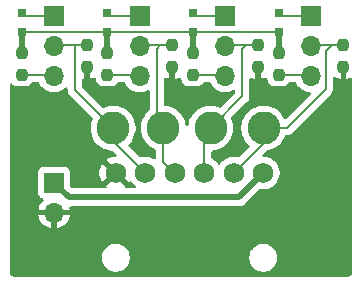
<source format=gbr>
%TF.GenerationSoftware,KiCad,Pcbnew,9.0.0*%
%TF.CreationDate,2025-08-25T22:36:10-05:00*%
%TF.ProjectId,ThermistorBreakoutPCB,54686572-6d69-4737-946f-72427265616b,rev?*%
%TF.SameCoordinates,Original*%
%TF.FileFunction,Copper,L1,Top*%
%TF.FilePolarity,Positive*%
%FSLAX46Y46*%
G04 Gerber Fmt 4.6, Leading zero omitted, Abs format (unit mm)*
G04 Created by KiCad (PCBNEW 9.0.0) date 2025-08-25 22:36:10*
%MOMM*%
%LPD*%
G01*
G04 APERTURE LIST*
G04 Aperture macros list*
%AMRoundRect*
0 Rectangle with rounded corners*
0 $1 Rounding radius*
0 $2 $3 $4 $5 $6 $7 $8 $9 X,Y pos of 4 corners*
0 Add a 4 corners polygon primitive as box body*
4,1,4,$2,$3,$4,$5,$6,$7,$8,$9,$2,$3,0*
0 Add four circle primitives for the rounded corners*
1,1,$1+$1,$2,$3*
1,1,$1+$1,$4,$5*
1,1,$1+$1,$6,$7*
1,1,$1+$1,$8,$9*
0 Add four rect primitives between the rounded corners*
20,1,$1+$1,$2,$3,$4,$5,0*
20,1,$1+$1,$4,$5,$6,$7,0*
20,1,$1+$1,$6,$7,$8,$9,0*
20,1,$1+$1,$8,$9,$2,$3,0*%
G04 Aperture macros list end*
%TA.AperFunction,SMDPad,CuDef*%
%ADD10RoundRect,0.237500X0.237500X-0.250000X0.237500X0.250000X-0.237500X0.250000X-0.237500X-0.250000X0*%
%TD*%
%TA.AperFunction,ComponentPad*%
%ADD11R,1.700000X1.700000*%
%TD*%
%TA.AperFunction,ComponentPad*%
%ADD12O,1.700000X1.700000*%
%TD*%
%TA.AperFunction,SMDPad,CuDef*%
%ADD13R,0.700000X0.700000*%
%TD*%
%TA.AperFunction,SMDPad,CuDef*%
%ADD14RoundRect,0.237500X-0.237500X0.250000X-0.237500X-0.250000X0.237500X-0.250000X0.237500X0.250000X0*%
%TD*%
%TA.AperFunction,ComponentPad*%
%ADD15C,1.752600*%
%TD*%
%TA.AperFunction,ComponentPad*%
%ADD16C,2.800000*%
%TD*%
%TA.AperFunction,ViaPad*%
%ADD17C,0.600000*%
%TD*%
%TA.AperFunction,Conductor*%
%ADD18C,0.500000*%
%TD*%
%TA.AperFunction,Conductor*%
%ADD19C,0.200000*%
%TD*%
G04 APERTURE END LIST*
D10*
%TO.P,R12,1*%
%TO.N,Net-(J6-Pin_3)*%
X106750000Y-45122500D03*
%TO.P,R12,2*%
%TO.N,VDDA*%
X106750000Y-43297500D03*
%TD*%
D11*
%TO.P,J4,1,Pin_1*%
%TO.N,Net-(J4-Pin_1)*%
X124000000Y-40170000D03*
D12*
%TO.P,J4,2,Pin_2*%
%TO.N,/Temperature2*%
X124000000Y-42710000D03*
%TO.P,J4,3,Pin_3*%
%TO.N,Net-(J4-Pin_3)*%
X124000000Y-45250000D03*
%TD*%
D13*
%TO.P,TH5,1*%
%TO.N,VDDA*%
X128500000Y-41510000D03*
%TO.P,TH5,2*%
%TO.N,Net-(J3-Pin_1)*%
X128500000Y-39910000D03*
%TD*%
D14*
%TO.P,R9,1*%
%TO.N,/Temperature3*%
X119500000Y-42635000D03*
%TO.P,R9,2*%
%TO.N,GNDA*%
X119500000Y-44460000D03*
%TD*%
D13*
%TO.P,TH7,1*%
%TO.N,VDDA*%
X114000000Y-41510000D03*
%TO.P,TH7,2*%
%TO.N,Net-(J5-Pin_1)*%
X114000000Y-39910000D03*
%TD*%
%TO.P,TH6,1*%
%TO.N,VDDA*%
X121250000Y-41510000D03*
%TO.P,TH6,2*%
%TO.N,Net-(J4-Pin_1)*%
X121250000Y-39910000D03*
%TD*%
D14*
%TO.P,R7,1*%
%TO.N,/Temperature2*%
X126750000Y-42635000D03*
%TO.P,R7,2*%
%TO.N,GNDA*%
X126750000Y-44460000D03*
%TD*%
D15*
%TO.P,J8,1,Pin_1*%
%TO.N,VDDA*%
X127216600Y-53441895D03*
%TO.P,J8,2,Pin_2*%
%TO.N,/Temperature1*%
X124716600Y-53441895D03*
%TO.P,J8,3,Pin_3*%
%TO.N,/Temperature2*%
X122216600Y-53441895D03*
%TO.P,J8,4,Pin_4*%
%TO.N,/Temperature3*%
X119716600Y-53441895D03*
%TO.P,J8,5,Pin_5*%
%TO.N,/Temperature4*%
X117216600Y-53441895D03*
%TO.P,J8,6,Pin_6*%
%TO.N,GNDA*%
X114716600Y-53441895D03*
%TD*%
D10*
%TO.P,R8,1*%
%TO.N,Net-(J4-Pin_3)*%
X121250000Y-45122500D03*
%TO.P,R8,2*%
%TO.N,VDDA*%
X121250000Y-43297500D03*
%TD*%
D11*
%TO.P,J6,1,Pin_1*%
%TO.N,Net-(J6-Pin_1)*%
X109500000Y-40170000D03*
D12*
%TO.P,J6,2,Pin_2*%
%TO.N,/Temperature4*%
X109500000Y-42710000D03*
%TO.P,J6,3,Pin_3*%
%TO.N,Net-(J6-Pin_3)*%
X109500000Y-45250000D03*
%TD*%
D10*
%TO.P,R5,1*%
%TO.N,Net-(J3-Pin_3)*%
X128500000Y-45122500D03*
%TO.P,R5,2*%
%TO.N,VDDA*%
X128500000Y-43297500D03*
%TD*%
D16*
%TO.P,TP11,1,1*%
%TO.N,/Temperature1*%
X127250000Y-49641700D03*
%TD*%
%TO.P,TP10,1,1*%
%TO.N,/Temperature2*%
X122750000Y-49641700D03*
%TD*%
%TO.P,TP9,1,1*%
%TO.N,/Temperature4*%
X114500000Y-49641700D03*
%TD*%
D11*
%TO.P,J5,1,Pin_1*%
%TO.N,Net-(J5-Pin_1)*%
X116750000Y-40170000D03*
D12*
%TO.P,J5,2,Pin_2*%
%TO.N,/Temperature3*%
X116750000Y-42710000D03*
%TO.P,J5,3,Pin_3*%
%TO.N,Net-(J5-Pin_3)*%
X116750000Y-45250000D03*
%TD*%
D13*
%TO.P,TH8,1*%
%TO.N,VDDA*%
X106750000Y-41510000D03*
%TO.P,TH8,2*%
%TO.N,Net-(J6-Pin_1)*%
X106750000Y-39910000D03*
%TD*%
D16*
%TO.P,TP8,1,1*%
%TO.N,/Temperature3*%
X118750000Y-49641700D03*
%TD*%
D14*
%TO.P,R6,1*%
%TO.N,/Temperature1*%
X134000000Y-42635000D03*
%TO.P,R6,2*%
%TO.N,GNDA*%
X134000000Y-44460000D03*
%TD*%
D11*
%TO.P,J3,1,Pin_1*%
%TO.N,Net-(J3-Pin_1)*%
X131250000Y-40170000D03*
D12*
%TO.P,J3,2,Pin_2*%
%TO.N,/Temperature1*%
X131250000Y-42710000D03*
%TO.P,J3,3,Pin_3*%
%TO.N,Net-(J3-Pin_3)*%
X131250000Y-45250000D03*
%TD*%
D10*
%TO.P,R11,1*%
%TO.N,Net-(J5-Pin_3)*%
X114000000Y-45122500D03*
%TO.P,R11,2*%
%TO.N,VDDA*%
X114000000Y-43297500D03*
%TD*%
D11*
%TO.P,J1,1,Pin_1*%
%TO.N,VDDA*%
X109500000Y-54250000D03*
D12*
%TO.P,J1,2,Pin_2*%
%TO.N,GNDA*%
X109500000Y-56790000D03*
%TD*%
D14*
%TO.P,R10,1*%
%TO.N,/Temperature4*%
X112250000Y-42635000D03*
%TO.P,R10,2*%
%TO.N,GNDA*%
X112250000Y-44460000D03*
%TD*%
D17*
%TO.N,VDDA*%
X106750000Y-42250000D03*
%TO.N,GNDA*%
X134000000Y-46250000D03*
X119500000Y-46000000D03*
X112250000Y-45750000D03*
X126750000Y-46000000D03*
%TD*%
D18*
%TO.N,VDDA*%
X106750000Y-41510000D02*
X106750000Y-42250000D01*
X121250000Y-43297500D02*
X121250000Y-41510000D01*
X128500000Y-43297500D02*
X128500000Y-41510000D01*
X109500000Y-54250000D02*
X110750000Y-55500000D01*
X114000000Y-43297500D02*
X114000000Y-41510000D01*
X110750000Y-55500000D02*
X125158495Y-55500000D01*
X125158495Y-55500000D02*
X127216600Y-53441895D01*
X106750000Y-43297500D02*
X106750000Y-42250000D01*
D19*
X106750000Y-41510000D02*
X128500000Y-41510000D01*
%TO.N,GNDA*%
X126750000Y-44460000D02*
X126750000Y-46000000D01*
X112250000Y-44460000D02*
X112250000Y-45750000D01*
X134000000Y-44460000D02*
X134000000Y-46250000D01*
X119500000Y-44460000D02*
X119500000Y-46000000D01*
%TO.N,/Temperature4*%
X111250000Y-42635000D02*
X112250000Y-42635000D01*
X109825000Y-42635000D02*
X111250000Y-42635000D01*
X109750000Y-42710000D02*
X109825000Y-42635000D01*
X111250000Y-42635000D02*
X111250000Y-46391700D01*
X117216600Y-53441895D02*
X114500000Y-50725295D01*
X114500000Y-50725295D02*
X114500000Y-49641700D01*
X109500000Y-42710000D02*
X109750000Y-42710000D01*
X111250000Y-46391700D02*
X114500000Y-49641700D01*
%TO.N,/Temperature2*%
X125442500Y-42942500D02*
X125442500Y-46949200D01*
X125750000Y-42635000D02*
X126750000Y-42635000D01*
X122216600Y-53441895D02*
X122216600Y-50175100D01*
X122216600Y-50175100D02*
X122750000Y-49641700D01*
X124000000Y-42710000D02*
X124250000Y-42710000D01*
X122216600Y-50033400D02*
X123000000Y-49250000D01*
X125442500Y-46949200D02*
X122750000Y-49641700D01*
X124325000Y-42635000D02*
X125750000Y-42635000D01*
X124250000Y-42710000D02*
X124325000Y-42635000D01*
X125750000Y-42635000D02*
X125442500Y-42942500D01*
%TO.N,/Temperature3*%
X117000000Y-42710000D02*
X117075000Y-42635000D01*
X116750000Y-42710000D02*
X117000000Y-42710000D01*
X118500000Y-42635000D02*
X119500000Y-42635000D01*
X118750000Y-52475295D02*
X118750000Y-49641700D01*
X117075000Y-42635000D02*
X118500000Y-42635000D01*
X118192500Y-42942500D02*
X118192500Y-49084200D01*
X119716600Y-53441895D02*
X118750000Y-52475295D01*
X118192500Y-49084200D02*
X118750000Y-49641700D01*
X118500000Y-42635000D02*
X118192500Y-42942500D01*
%TO.N,/Temperature1*%
X131250000Y-42710000D02*
X131500000Y-42710000D01*
X127250000Y-50908495D02*
X127250000Y-49641700D01*
X131500000Y-42710000D02*
X131575000Y-42635000D01*
X127250000Y-50220947D02*
X127250000Y-49062452D01*
X132500000Y-46371598D02*
X129229898Y-49641700D01*
X124716600Y-53441895D02*
X127250000Y-50908495D01*
X129229898Y-49641700D02*
X127250000Y-49641700D01*
X133000000Y-42635000D02*
X134000000Y-42635000D01*
X132500000Y-43135000D02*
X132500000Y-46371598D01*
X133000000Y-42635000D02*
X132500000Y-43135000D01*
X131575000Y-42635000D02*
X133000000Y-42635000D01*
%TO.N,Net-(J3-Pin_1)*%
X131250000Y-40170000D02*
X128760000Y-40170000D01*
X128760000Y-40170000D02*
X128500000Y-39910000D01*
%TO.N,Net-(J3-Pin_3)*%
X128500000Y-45122500D02*
X131122500Y-45122500D01*
X131122500Y-45122500D02*
X131250000Y-45250000D01*
%TO.N,Net-(J4-Pin_3)*%
X123872500Y-45122500D02*
X124000000Y-45250000D01*
X121250000Y-45122500D02*
X123872500Y-45122500D01*
%TO.N,Net-(J4-Pin_1)*%
X124000000Y-40170000D02*
X121510000Y-40170000D01*
X121510000Y-40170000D02*
X121250000Y-39910000D01*
%TO.N,Net-(J5-Pin_1)*%
X114260000Y-40170000D02*
X114000000Y-39910000D01*
X116750000Y-40170000D02*
X114260000Y-40170000D01*
%TO.N,Net-(J5-Pin_3)*%
X114000000Y-45122500D02*
X116622500Y-45122500D01*
X116622500Y-45122500D02*
X116750000Y-45250000D01*
%TO.N,Net-(J6-Pin_3)*%
X109372500Y-45122500D02*
X109500000Y-45250000D01*
X106750000Y-45122500D02*
X109372500Y-45122500D01*
%TO.N,Net-(J6-Pin_1)*%
X107010000Y-40170000D02*
X106750000Y-39910000D01*
X109500000Y-40170000D02*
X107010000Y-40170000D01*
%TD*%
%TA.AperFunction,Conductor*%
%TO.N,GNDA*%
G36*
X134193039Y-44479685D02*
G01*
X134238794Y-44532489D01*
X134250000Y-44584000D01*
X134250000Y-45447499D01*
X134286640Y-45447499D01*
X134286654Y-45447498D01*
X134387652Y-45437180D01*
X134551300Y-45382953D01*
X134551304Y-45382951D01*
X134560400Y-45377341D01*
X134627792Y-45358899D01*
X134694456Y-45379820D01*
X134739227Y-45433460D01*
X134749500Y-45482878D01*
X134749500Y-61743038D01*
X134748720Y-61756922D01*
X134748720Y-61756923D01*
X134738540Y-61847264D01*
X134732362Y-61874333D01*
X134704648Y-61953537D01*
X134692600Y-61978555D01*
X134647957Y-62049604D01*
X134630644Y-62071313D01*
X134571313Y-62130644D01*
X134549604Y-62147957D01*
X134478555Y-62192600D01*
X134453537Y-62204648D01*
X134374333Y-62232362D01*
X134347264Y-62238540D01*
X134267075Y-62247576D01*
X134256921Y-62248720D01*
X134243038Y-62249500D01*
X106256962Y-62249500D01*
X106243078Y-62248720D01*
X106230553Y-62247308D01*
X106152735Y-62238540D01*
X106125666Y-62232362D01*
X106046462Y-62204648D01*
X106021444Y-62192600D01*
X105950395Y-62147957D01*
X105928686Y-62130644D01*
X105869355Y-62071313D01*
X105852042Y-62049604D01*
X105807399Y-61978555D01*
X105795351Y-61953537D01*
X105767637Y-61874333D01*
X105761459Y-61847263D01*
X105751280Y-61756922D01*
X105750500Y-61743038D01*
X105750500Y-60529217D01*
X113539000Y-60529217D01*
X113539000Y-60714574D01*
X113567996Y-60897647D01*
X113567996Y-60897648D01*
X113625274Y-61073934D01*
X113625276Y-61073937D01*
X113709426Y-61239093D01*
X113818377Y-61389051D01*
X113949445Y-61520119D01*
X114099403Y-61629070D01*
X114207423Y-61684108D01*
X114264561Y-61713221D01*
X114326289Y-61733277D01*
X114440845Y-61770499D01*
X114623921Y-61799496D01*
X114623922Y-61799496D01*
X114809278Y-61799496D01*
X114809279Y-61799496D01*
X114992355Y-61770499D01*
X115168641Y-61713220D01*
X115333797Y-61629070D01*
X115483755Y-61520119D01*
X115614823Y-61389051D01*
X115723774Y-61239093D01*
X115807924Y-61073937D01*
X115865203Y-60897651D01*
X115894200Y-60714575D01*
X115894200Y-60529217D01*
X126039000Y-60529217D01*
X126039000Y-60714574D01*
X126067996Y-60897647D01*
X126067996Y-60897648D01*
X126125274Y-61073934D01*
X126125276Y-61073937D01*
X126209426Y-61239093D01*
X126318377Y-61389051D01*
X126449445Y-61520119D01*
X126599403Y-61629070D01*
X126707423Y-61684108D01*
X126764561Y-61713221D01*
X126826289Y-61733277D01*
X126940845Y-61770499D01*
X127123921Y-61799496D01*
X127123922Y-61799496D01*
X127309278Y-61799496D01*
X127309279Y-61799496D01*
X127492355Y-61770499D01*
X127668641Y-61713220D01*
X127833797Y-61629070D01*
X127983755Y-61520119D01*
X128114823Y-61389051D01*
X128223774Y-61239093D01*
X128307924Y-61073937D01*
X128365203Y-60897651D01*
X128394200Y-60714575D01*
X128394200Y-60529217D01*
X128365203Y-60346141D01*
X128307924Y-60169855D01*
X128223774Y-60004699D01*
X128114823Y-59854741D01*
X127983755Y-59723673D01*
X127833797Y-59614722D01*
X127821452Y-59608432D01*
X127668638Y-59530570D01*
X127492352Y-59473292D01*
X127351718Y-59451017D01*
X127309279Y-59444296D01*
X127123921Y-59444296D01*
X127081481Y-59451017D01*
X126940848Y-59473292D01*
X126940847Y-59473292D01*
X126764561Y-59530570D01*
X126599406Y-59614720D01*
X126599398Y-59614725D01*
X126518966Y-59673162D01*
X126449445Y-59723673D01*
X126449443Y-59723675D01*
X126449442Y-59723675D01*
X126318379Y-59854738D01*
X126318379Y-59854739D01*
X126318377Y-59854741D01*
X126267866Y-59924262D01*
X126209429Y-60004694D01*
X126209424Y-60004702D01*
X126125274Y-60169857D01*
X126067996Y-60346143D01*
X126067996Y-60346144D01*
X126039000Y-60529217D01*
X115894200Y-60529217D01*
X115865203Y-60346141D01*
X115807924Y-60169855D01*
X115723774Y-60004699D01*
X115614823Y-59854741D01*
X115483755Y-59723673D01*
X115333797Y-59614722D01*
X115321452Y-59608432D01*
X115168638Y-59530570D01*
X114992352Y-59473292D01*
X114851718Y-59451017D01*
X114809279Y-59444296D01*
X114623921Y-59444296D01*
X114581481Y-59451017D01*
X114440848Y-59473292D01*
X114440847Y-59473292D01*
X114264561Y-59530570D01*
X114099406Y-59614720D01*
X114099398Y-59614725D01*
X114018966Y-59673162D01*
X113949445Y-59723673D01*
X113949443Y-59723675D01*
X113949442Y-59723675D01*
X113818379Y-59854738D01*
X113818379Y-59854739D01*
X113818377Y-59854741D01*
X113767866Y-59924262D01*
X113709429Y-60004694D01*
X113709424Y-60004702D01*
X113625274Y-60169857D01*
X113567996Y-60346143D01*
X113567996Y-60346144D01*
X113539000Y-60529217D01*
X105750500Y-60529217D01*
X105750500Y-45953552D01*
X105770185Y-45886513D01*
X105822989Y-45840758D01*
X105892147Y-45830814D01*
X105955703Y-45859839D01*
X105962181Y-45865871D01*
X106051650Y-45955340D01*
X106198484Y-46045908D01*
X106362247Y-46100174D01*
X106463323Y-46110500D01*
X107036676Y-46110499D01*
X107036684Y-46110498D01*
X107036687Y-46110498D01*
X107092030Y-46104844D01*
X107137753Y-46100174D01*
X107301516Y-46045908D01*
X107448350Y-45955340D01*
X107570340Y-45833350D01*
X107602072Y-45781904D01*
X107654020Y-45735179D01*
X107707611Y-45723000D01*
X108149317Y-45723000D01*
X108216356Y-45742685D01*
X108259802Y-45790705D01*
X108344951Y-45957820D01*
X108469890Y-46129786D01*
X108620213Y-46280109D01*
X108792179Y-46405048D01*
X108792181Y-46405049D01*
X108792184Y-46405051D01*
X108981588Y-46501557D01*
X109183757Y-46567246D01*
X109393713Y-46600500D01*
X109393714Y-46600500D01*
X109606286Y-46600500D01*
X109606287Y-46600500D01*
X109816243Y-46567246D01*
X110018412Y-46501557D01*
X110207816Y-46405051D01*
X110335006Y-46312643D01*
X110379786Y-46280109D01*
X110379788Y-46280106D01*
X110379792Y-46280104D01*
X110437818Y-46222078D01*
X110499141Y-46188593D01*
X110568833Y-46193577D01*
X110624766Y-46235449D01*
X110649183Y-46300913D01*
X110649499Y-46309759D01*
X110649499Y-46470754D01*
X110649498Y-46470754D01*
X110680957Y-46588159D01*
X110690423Y-46623485D01*
X110705213Y-46649102D01*
X110719358Y-46673600D01*
X110719359Y-46673604D01*
X110719360Y-46673604D01*
X110769479Y-46760414D01*
X110769481Y-46760417D01*
X110888349Y-46879285D01*
X110888355Y-46879290D01*
X112738098Y-48729033D01*
X112771583Y-48790356D01*
X112766599Y-48860048D01*
X112764978Y-48864166D01*
X112696498Y-49029492D01*
X112632017Y-49270138D01*
X112599501Y-49517124D01*
X112599500Y-49517141D01*
X112599500Y-49766258D01*
X112599501Y-49766275D01*
X112631642Y-50010416D01*
X112632018Y-50013265D01*
X112674642Y-50172339D01*
X112696498Y-50253907D01*
X112791830Y-50484061D01*
X112791837Y-50484076D01*
X112916400Y-50699826D01*
X113068060Y-50897474D01*
X113068066Y-50897481D01*
X113244218Y-51073633D01*
X113244225Y-51073639D01*
X113441873Y-51225299D01*
X113657623Y-51349862D01*
X113657638Y-51349869D01*
X113756825Y-51390953D01*
X113887793Y-51445202D01*
X114128435Y-51509682D01*
X114375435Y-51542200D01*
X114416308Y-51542200D01*
X114483347Y-51561885D01*
X114503989Y-51578519D01*
X114779384Y-51853914D01*
X114812869Y-51915237D01*
X114807885Y-51984929D01*
X114766013Y-52040862D01*
X114700549Y-52065279D01*
X114691703Y-52065595D01*
X114608278Y-52065595D01*
X114394315Y-52099483D01*
X114188279Y-52166429D01*
X113995259Y-52264779D01*
X113936053Y-52307793D01*
X113936053Y-52307794D01*
X114490312Y-52862053D01*
X114421830Y-52890420D01*
X114319907Y-52958523D01*
X114233228Y-53045202D01*
X114165125Y-53147125D01*
X114136758Y-53215607D01*
X113582499Y-52661348D01*
X113582498Y-52661348D01*
X113539484Y-52720554D01*
X113441134Y-52913574D01*
X113374188Y-53119610D01*
X113340300Y-53333572D01*
X113340300Y-53550217D01*
X113374188Y-53764179D01*
X113441134Y-53970215D01*
X113539485Y-54163237D01*
X113582498Y-54222440D01*
X113582499Y-54222440D01*
X114136758Y-53668181D01*
X114165125Y-53736665D01*
X114233228Y-53838588D01*
X114319907Y-53925267D01*
X114421830Y-53993370D01*
X114490312Y-54021735D01*
X113936052Y-54575994D01*
X113939183Y-54615772D01*
X113924818Y-54684149D01*
X113875767Y-54733905D01*
X113815565Y-54749500D01*
X111112230Y-54749500D01*
X111082789Y-54740855D01*
X111052803Y-54734332D01*
X111047787Y-54730577D01*
X111045191Y-54729815D01*
X111024549Y-54713181D01*
X110886818Y-54575450D01*
X110853333Y-54514127D01*
X110850499Y-54487769D01*
X110850499Y-53352129D01*
X110850498Y-53352123D01*
X110850497Y-53352116D01*
X110844091Y-53292517D01*
X110793796Y-53157669D01*
X110793795Y-53157668D01*
X110793793Y-53157664D01*
X110707547Y-53042455D01*
X110707544Y-53042452D01*
X110592335Y-52956206D01*
X110592328Y-52956202D01*
X110457482Y-52905908D01*
X110457483Y-52905908D01*
X110397883Y-52899501D01*
X110397881Y-52899500D01*
X110397873Y-52899500D01*
X110397864Y-52899500D01*
X108602129Y-52899500D01*
X108602123Y-52899501D01*
X108542516Y-52905908D01*
X108407671Y-52956202D01*
X108407664Y-52956206D01*
X108292455Y-53042452D01*
X108292452Y-53042455D01*
X108206206Y-53157664D01*
X108206202Y-53157671D01*
X108155908Y-53292517D01*
X108151498Y-53333539D01*
X108149501Y-53352123D01*
X108149500Y-53352135D01*
X108149500Y-55147870D01*
X108149501Y-55147876D01*
X108155908Y-55207483D01*
X108206202Y-55342328D01*
X108206206Y-55342335D01*
X108292452Y-55457544D01*
X108292455Y-55457547D01*
X108407664Y-55543793D01*
X108407671Y-55543797D01*
X108469902Y-55567007D01*
X108539598Y-55593002D01*
X108595531Y-55634873D01*
X108619949Y-55700337D01*
X108605098Y-55768610D01*
X108583947Y-55796865D01*
X108470271Y-55910541D01*
X108345379Y-56082442D01*
X108248904Y-56271782D01*
X108183242Y-56473870D01*
X108183242Y-56473873D01*
X108172769Y-56540000D01*
X109066988Y-56540000D01*
X109034075Y-56597007D01*
X109000000Y-56724174D01*
X109000000Y-56855826D01*
X109034075Y-56982993D01*
X109066988Y-57040000D01*
X108172769Y-57040000D01*
X108183242Y-57106126D01*
X108183242Y-57106129D01*
X108248904Y-57308217D01*
X108345379Y-57497557D01*
X108470272Y-57669459D01*
X108470276Y-57669464D01*
X108620535Y-57819723D01*
X108620540Y-57819727D01*
X108792442Y-57944620D01*
X108981782Y-58041095D01*
X109183871Y-58106757D01*
X109250000Y-58117231D01*
X109250000Y-57223012D01*
X109307007Y-57255925D01*
X109434174Y-57290000D01*
X109565826Y-57290000D01*
X109692993Y-57255925D01*
X109750000Y-57223012D01*
X109750000Y-58117230D01*
X109816126Y-58106757D01*
X109816129Y-58106757D01*
X110018217Y-58041095D01*
X110207557Y-57944620D01*
X110379459Y-57819727D01*
X110379464Y-57819723D01*
X110529723Y-57669464D01*
X110529727Y-57669459D01*
X110654620Y-57497557D01*
X110751095Y-57308217D01*
X110816757Y-57106129D01*
X110816757Y-57106126D01*
X110827231Y-57040000D01*
X109933012Y-57040000D01*
X109965925Y-56982993D01*
X110000000Y-56855826D01*
X110000000Y-56724174D01*
X109965925Y-56597007D01*
X109933012Y-56540000D01*
X110827231Y-56540000D01*
X110816757Y-56473873D01*
X110816757Y-56473870D01*
X110796920Y-56412818D01*
X110794925Y-56342977D01*
X110831005Y-56283144D01*
X110893706Y-56252316D01*
X110914851Y-56250500D01*
X125232415Y-56250500D01*
X125329957Y-56231096D01*
X125377408Y-56221658D01*
X125513990Y-56165084D01*
X125563224Y-56132186D01*
X125636911Y-56082952D01*
X126884807Y-54835054D01*
X126946128Y-54801571D01*
X126991879Y-54800264D01*
X127108244Y-54818695D01*
X127108246Y-54818695D01*
X127324955Y-54818695D01*
X127324956Y-54818695D01*
X127539001Y-54784793D01*
X127539004Y-54784792D01*
X127539005Y-54784792D01*
X127745105Y-54717826D01*
X127745105Y-54717825D01*
X127745108Y-54717825D01*
X127938200Y-54619440D01*
X128113525Y-54492059D01*
X128266764Y-54338820D01*
X128394145Y-54163495D01*
X128492530Y-53970403D01*
X128559498Y-53764296D01*
X128593400Y-53550251D01*
X128593400Y-53333539D01*
X128559498Y-53119494D01*
X128559497Y-53119490D01*
X128559497Y-53119489D01*
X128492531Y-52913389D01*
X128456926Y-52843510D01*
X128394145Y-52720295D01*
X128266764Y-52544970D01*
X128113525Y-52391731D01*
X127938200Y-52264350D01*
X127817099Y-52202646D01*
X127745105Y-52165963D01*
X127539004Y-52098997D01*
X127378467Y-52073570D01*
X127324956Y-52065095D01*
X127241997Y-52065095D01*
X127174958Y-52045410D01*
X127129203Y-51992606D01*
X127119259Y-51923448D01*
X127148284Y-51859892D01*
X127154316Y-51853414D01*
X127449560Y-51558169D01*
X127510881Y-51524686D01*
X127521033Y-51522916D01*
X127621565Y-51509682D01*
X127862207Y-51445202D01*
X128092373Y-51349864D01*
X128308127Y-51225299D01*
X128505776Y-51073638D01*
X128681938Y-50897476D01*
X128833599Y-50699827D01*
X128958164Y-50484073D01*
X129026644Y-50318748D01*
X129039186Y-50303183D01*
X129047492Y-50284997D01*
X129060662Y-50276532D01*
X129070485Y-50264344D01*
X129089452Y-50258031D01*
X129106270Y-50247223D01*
X129133830Y-50243260D01*
X129136779Y-50242279D01*
X129141205Y-50242200D01*
X129143229Y-50242200D01*
X129143245Y-50242201D01*
X129150841Y-50242201D01*
X129308952Y-50242201D01*
X129308955Y-50242201D01*
X129461683Y-50201277D01*
X129511802Y-50172339D01*
X129598614Y-50122220D01*
X129710418Y-50010416D01*
X129710418Y-50010414D01*
X129720626Y-50000207D01*
X129720627Y-50000204D01*
X132980520Y-46740314D01*
X133059577Y-46603382D01*
X133100501Y-46450655D01*
X133100501Y-46292540D01*
X133100501Y-46284945D01*
X133100500Y-46284927D01*
X133100500Y-45389275D01*
X133120185Y-45322236D01*
X133172989Y-45276481D01*
X133242147Y-45266537D01*
X133295351Y-45289405D01*
X133295815Y-45288654D01*
X133300900Y-45291790D01*
X133301413Y-45292011D01*
X133301964Y-45292447D01*
X133448688Y-45382948D01*
X133448699Y-45382953D01*
X133612347Y-45437180D01*
X133713352Y-45447499D01*
X133750000Y-45447499D01*
X133750000Y-44584000D01*
X133769685Y-44516961D01*
X133822489Y-44471206D01*
X133874000Y-44460000D01*
X134126000Y-44460000D01*
X134193039Y-44479685D01*
G37*
%TD.AperFunction*%
%TA.AperFunction,Conductor*%
G36*
X115850699Y-54222441D02*
G01*
X115850699Y-54222440D01*
X115865973Y-54201419D01*
X115921303Y-54158754D01*
X115990916Y-54152775D01*
X116052711Y-54185381D01*
X116066608Y-54201419D01*
X116166436Y-54338820D01*
X116319675Y-54492059D01*
X116319678Y-54492061D01*
X116365265Y-54525182D01*
X116407931Y-54580512D01*
X116413910Y-54650125D01*
X116381304Y-54711920D01*
X116320466Y-54746277D01*
X116292380Y-54749500D01*
X115617634Y-54749500D01*
X115550595Y-54729815D01*
X115504840Y-54677011D01*
X115494016Y-54615772D01*
X115497146Y-54575994D01*
X114942887Y-54021736D01*
X115011370Y-53993370D01*
X115113293Y-53925267D01*
X115199972Y-53838588D01*
X115268075Y-53736665D01*
X115296441Y-53668182D01*
X115850699Y-54222441D01*
G37*
%TD.AperFunction*%
%TA.AperFunction,Conductor*%
G36*
X126943039Y-44479685D02*
G01*
X126988794Y-44532489D01*
X127000000Y-44584000D01*
X127000000Y-45447499D01*
X127036640Y-45447499D01*
X127036654Y-45447498D01*
X127137652Y-45437180D01*
X127301300Y-45382953D01*
X127301306Y-45382950D01*
X127339195Y-45359580D01*
X127406587Y-45341139D01*
X127473251Y-45362061D01*
X127518021Y-45415702D01*
X127527651Y-45452516D01*
X127534826Y-45522753D01*
X127589092Y-45686515D01*
X127589093Y-45686518D01*
X127619108Y-45735179D01*
X127679660Y-45833350D01*
X127801650Y-45955340D01*
X127948484Y-46045908D01*
X128112247Y-46100174D01*
X128213323Y-46110500D01*
X128786676Y-46110499D01*
X128786684Y-46110498D01*
X128786687Y-46110498D01*
X128842030Y-46104844D01*
X128887753Y-46100174D01*
X129051516Y-46045908D01*
X129198350Y-45955340D01*
X129320340Y-45833350D01*
X129352072Y-45781904D01*
X129404020Y-45735179D01*
X129457611Y-45723000D01*
X129899317Y-45723000D01*
X129966356Y-45742685D01*
X130009802Y-45790705D01*
X130094951Y-45957820D01*
X130219890Y-46129786D01*
X130370213Y-46280109D01*
X130542179Y-46405048D01*
X130542181Y-46405049D01*
X130542184Y-46405051D01*
X130731588Y-46501557D01*
X130933757Y-46567246D01*
X131143464Y-46600460D01*
X131206597Y-46630389D01*
X131243529Y-46689700D01*
X131242531Y-46759563D01*
X131211746Y-46810614D01*
X129166967Y-48855394D01*
X129105644Y-48888879D01*
X129035952Y-48883895D01*
X128980019Y-48842023D01*
X128964725Y-48815166D01*
X128962426Y-48809617D01*
X128958164Y-48799327D01*
X128955490Y-48794696D01*
X128833599Y-48583573D01*
X128681939Y-48385925D01*
X128681933Y-48385918D01*
X128505781Y-48209766D01*
X128505774Y-48209760D01*
X128308126Y-48058100D01*
X128092376Y-47933537D01*
X128092361Y-47933530D01*
X127862207Y-47838198D01*
X127621561Y-47773717D01*
X127374575Y-47741201D01*
X127374570Y-47741200D01*
X127374565Y-47741200D01*
X127125435Y-47741200D01*
X127125429Y-47741200D01*
X127125424Y-47741201D01*
X126878438Y-47773717D01*
X126637792Y-47838198D01*
X126407638Y-47933530D01*
X126407623Y-47933537D01*
X126191873Y-48058100D01*
X125994225Y-48209760D01*
X125994218Y-48209766D01*
X125818066Y-48385918D01*
X125818060Y-48385925D01*
X125666400Y-48583573D01*
X125541837Y-48799323D01*
X125541830Y-48799338D01*
X125446498Y-49029492D01*
X125382017Y-49270138D01*
X125349501Y-49517124D01*
X125349500Y-49517141D01*
X125349500Y-49766258D01*
X125349501Y-49766275D01*
X125381642Y-50010416D01*
X125382018Y-50013265D01*
X125424642Y-50172339D01*
X125446498Y-50253907D01*
X125541830Y-50484061D01*
X125541837Y-50484076D01*
X125666400Y-50699826D01*
X125818060Y-50897474D01*
X125818066Y-50897481D01*
X125994222Y-51073637D01*
X126018635Y-51092369D01*
X126059839Y-51148797D01*
X126063994Y-51218543D01*
X126030831Y-51278427D01*
X125221993Y-52087265D01*
X125160670Y-52120750D01*
X125095994Y-52117515D01*
X125082699Y-52113195D01*
X125039001Y-52098996D01*
X124854221Y-52069730D01*
X124824956Y-52065095D01*
X124608244Y-52065095D01*
X124550443Y-52074250D01*
X124394197Y-52098997D01*
X124394194Y-52098997D01*
X124188094Y-52165963D01*
X123994999Y-52264350D01*
X123819672Y-52391733D01*
X123666438Y-52544967D01*
X123666438Y-52544968D01*
X123666436Y-52544970D01*
X123566918Y-52681945D01*
X123511588Y-52724610D01*
X123441974Y-52730589D01*
X123380180Y-52697983D01*
X123366282Y-52681945D01*
X123266764Y-52544970D01*
X123113525Y-52391731D01*
X122938200Y-52264350D01*
X122938199Y-52264349D01*
X122938197Y-52264348D01*
X122884804Y-52237142D01*
X122834008Y-52189167D01*
X122817100Y-52126658D01*
X122817100Y-51658510D01*
X122836785Y-51591471D01*
X122889589Y-51545716D01*
X122924912Y-51535571D01*
X123121565Y-51509682D01*
X123362207Y-51445202D01*
X123592373Y-51349864D01*
X123808127Y-51225299D01*
X124005776Y-51073638D01*
X124181938Y-50897476D01*
X124333599Y-50699827D01*
X124458164Y-50484073D01*
X124553502Y-50253907D01*
X124617982Y-50013265D01*
X124650500Y-49766265D01*
X124650500Y-49517135D01*
X124617982Y-49270135D01*
X124553502Y-49029493D01*
X124485020Y-48864165D01*
X124477552Y-48794696D01*
X124508827Y-48732217D01*
X124511873Y-48729060D01*
X125811213Y-47429721D01*
X125811216Y-47429720D01*
X125923020Y-47317916D01*
X125973139Y-47231104D01*
X126002077Y-47180985D01*
X126043001Y-47028257D01*
X126043001Y-46870143D01*
X126043001Y-46862548D01*
X126043000Y-46862530D01*
X126043000Y-45503079D01*
X126062685Y-45436040D01*
X126115489Y-45390285D01*
X126184647Y-45380341D01*
X126206004Y-45385373D01*
X126362348Y-45437180D01*
X126463352Y-45447499D01*
X126500000Y-45447499D01*
X126500000Y-44584000D01*
X126519685Y-44516961D01*
X126572489Y-44471206D01*
X126624000Y-44460000D01*
X126876000Y-44460000D01*
X126943039Y-44479685D01*
G37*
%TD.AperFunction*%
%TA.AperFunction,Conductor*%
G36*
X112443039Y-44479685D02*
G01*
X112488794Y-44532489D01*
X112500000Y-44584000D01*
X112500000Y-45447499D01*
X112536640Y-45447499D01*
X112536654Y-45447498D01*
X112637652Y-45437180D01*
X112801300Y-45382953D01*
X112801306Y-45382950D01*
X112839195Y-45359580D01*
X112906587Y-45341139D01*
X112973251Y-45362061D01*
X113018021Y-45415702D01*
X113027651Y-45452516D01*
X113034826Y-45522753D01*
X113089092Y-45686515D01*
X113089093Y-45686518D01*
X113119108Y-45735179D01*
X113179660Y-45833350D01*
X113301650Y-45955340D01*
X113448484Y-46045908D01*
X113612247Y-46100174D01*
X113713323Y-46110500D01*
X114286676Y-46110499D01*
X114286684Y-46110498D01*
X114286687Y-46110498D01*
X114342030Y-46104844D01*
X114387753Y-46100174D01*
X114551516Y-46045908D01*
X114698350Y-45955340D01*
X114820340Y-45833350D01*
X114852072Y-45781904D01*
X114904020Y-45735179D01*
X114957611Y-45723000D01*
X115399317Y-45723000D01*
X115466356Y-45742685D01*
X115509802Y-45790705D01*
X115594951Y-45957820D01*
X115719890Y-46129786D01*
X115870213Y-46280109D01*
X116042179Y-46405048D01*
X116042181Y-46405049D01*
X116042184Y-46405051D01*
X116231588Y-46501557D01*
X116433757Y-46567246D01*
X116643713Y-46600500D01*
X116643714Y-46600500D01*
X116856286Y-46600500D01*
X116856287Y-46600500D01*
X117066243Y-46567246D01*
X117268412Y-46501557D01*
X117411707Y-46428544D01*
X117480374Y-46415649D01*
X117545114Y-46441925D01*
X117585372Y-46499031D01*
X117592000Y-46539030D01*
X117592000Y-48073585D01*
X117572315Y-48140624D01*
X117543487Y-48171960D01*
X117494228Y-48209758D01*
X117494218Y-48209766D01*
X117318066Y-48385918D01*
X117318060Y-48385925D01*
X117166400Y-48583573D01*
X117041837Y-48799323D01*
X117041830Y-48799338D01*
X116946498Y-49029492D01*
X116882017Y-49270138D01*
X116849501Y-49517124D01*
X116849500Y-49517141D01*
X116849500Y-49766258D01*
X116849501Y-49766275D01*
X116881642Y-50010416D01*
X116882018Y-50013265D01*
X116924642Y-50172339D01*
X116946498Y-50253907D01*
X117041830Y-50484061D01*
X117041837Y-50484076D01*
X117166400Y-50699826D01*
X117318060Y-50897474D01*
X117318066Y-50897481D01*
X117494218Y-51073633D01*
X117494225Y-51073639D01*
X117691873Y-51225299D01*
X117907623Y-51349862D01*
X117907638Y-51349869D01*
X118072952Y-51418344D01*
X118127356Y-51462185D01*
X118149421Y-51528479D01*
X118149500Y-51532905D01*
X118149500Y-52174504D01*
X118129815Y-52241543D01*
X118077011Y-52287298D01*
X118007853Y-52297242D01*
X117952616Y-52274823D01*
X117938203Y-52264351D01*
X117745105Y-52165963D01*
X117539004Y-52098997D01*
X117378467Y-52073570D01*
X117324956Y-52065095D01*
X117108244Y-52065095D01*
X117050443Y-52074250D01*
X116894197Y-52098997D01*
X116837205Y-52117515D01*
X116767364Y-52119510D01*
X116711206Y-52087265D01*
X115814358Y-51190417D01*
X115780873Y-51129094D01*
X115785857Y-51059402D01*
X115814354Y-51015059D01*
X115931938Y-50897476D01*
X116083599Y-50699827D01*
X116208164Y-50484073D01*
X116303502Y-50253907D01*
X116367982Y-50013265D01*
X116400500Y-49766265D01*
X116400500Y-49517135D01*
X116367982Y-49270135D01*
X116303502Y-49029493D01*
X116235021Y-48864166D01*
X116208169Y-48799338D01*
X116208162Y-48799323D01*
X116083599Y-48583573D01*
X115931939Y-48385925D01*
X115931933Y-48385918D01*
X115755781Y-48209766D01*
X115755774Y-48209760D01*
X115558126Y-48058100D01*
X115342376Y-47933537D01*
X115342361Y-47933530D01*
X115112207Y-47838198D01*
X114871561Y-47773717D01*
X114624575Y-47741201D01*
X114624570Y-47741200D01*
X114624565Y-47741200D01*
X114375435Y-47741200D01*
X114375429Y-47741200D01*
X114375424Y-47741201D01*
X114128438Y-47773717D01*
X113887792Y-47838198D01*
X113722466Y-47906678D01*
X113652997Y-47914147D01*
X113590518Y-47882871D01*
X113587333Y-47879798D01*
X111886819Y-46179284D01*
X111853334Y-46117961D01*
X111850500Y-46091603D01*
X111850500Y-45571499D01*
X111870185Y-45504460D01*
X111922989Y-45458705D01*
X111974498Y-45447499D01*
X112000000Y-45447498D01*
X112000000Y-44584000D01*
X112019685Y-44516961D01*
X112072489Y-44471206D01*
X112124000Y-44460000D01*
X112376000Y-44460000D01*
X112443039Y-44479685D01*
G37*
%TD.AperFunction*%
%TA.AperFunction,Conductor*%
G36*
X119693039Y-44479685D02*
G01*
X119738794Y-44532489D01*
X119750000Y-44584000D01*
X119750000Y-45447499D01*
X119786640Y-45447499D01*
X119786654Y-45447498D01*
X119887652Y-45437180D01*
X120051300Y-45382953D01*
X120051306Y-45382950D01*
X120089195Y-45359580D01*
X120156587Y-45341139D01*
X120223251Y-45362061D01*
X120268021Y-45415702D01*
X120277651Y-45452516D01*
X120284826Y-45522753D01*
X120339092Y-45686515D01*
X120339093Y-45686518D01*
X120369108Y-45735179D01*
X120429660Y-45833350D01*
X120551650Y-45955340D01*
X120698484Y-46045908D01*
X120862247Y-46100174D01*
X120963323Y-46110500D01*
X121536676Y-46110499D01*
X121536684Y-46110498D01*
X121536687Y-46110498D01*
X121592030Y-46104844D01*
X121637753Y-46100174D01*
X121801516Y-46045908D01*
X121948350Y-45955340D01*
X122070340Y-45833350D01*
X122102072Y-45781904D01*
X122154020Y-45735179D01*
X122207611Y-45723000D01*
X122649317Y-45723000D01*
X122716356Y-45742685D01*
X122759802Y-45790705D01*
X122844951Y-45957820D01*
X122969890Y-46129786D01*
X123120213Y-46280109D01*
X123292179Y-46405048D01*
X123292181Y-46405049D01*
X123292184Y-46405051D01*
X123481588Y-46501557D01*
X123683757Y-46567246D01*
X123893713Y-46600500D01*
X123893714Y-46600500D01*
X124106286Y-46600500D01*
X124106287Y-46600500D01*
X124316243Y-46567246D01*
X124518412Y-46501557D01*
X124661707Y-46428544D01*
X124664410Y-46428036D01*
X124666489Y-46426236D01*
X124698538Y-46421627D01*
X124730374Y-46415649D01*
X124732923Y-46416683D01*
X124735647Y-46416292D01*
X124765110Y-46429747D01*
X124795114Y-46441925D01*
X124796699Y-46444173D01*
X124799203Y-46445317D01*
X124816712Y-46472561D01*
X124835372Y-46499031D01*
X124835945Y-46502489D01*
X124836977Y-46504095D01*
X124842000Y-46539030D01*
X124842000Y-46649102D01*
X124822315Y-46716141D01*
X124805681Y-46736783D01*
X123662665Y-47879798D01*
X123601342Y-47913283D01*
X123531650Y-47908299D01*
X123527553Y-47906686D01*
X123362207Y-47838198D01*
X123362205Y-47838197D01*
X123362204Y-47838197D01*
X123121561Y-47773717D01*
X122874575Y-47741201D01*
X122874570Y-47741200D01*
X122874565Y-47741200D01*
X122625435Y-47741200D01*
X122625429Y-47741200D01*
X122625424Y-47741201D01*
X122378438Y-47773717D01*
X122137792Y-47838198D01*
X121907638Y-47933530D01*
X121907623Y-47933537D01*
X121691873Y-48058100D01*
X121494225Y-48209760D01*
X121494218Y-48209766D01*
X121318066Y-48385918D01*
X121318060Y-48385925D01*
X121166400Y-48583573D01*
X121041837Y-48799323D01*
X121041830Y-48799338D01*
X120946498Y-49029492D01*
X120882017Y-49270138D01*
X120872939Y-49339097D01*
X120844673Y-49402994D01*
X120786348Y-49441465D01*
X120716483Y-49442296D01*
X120657260Y-49405224D01*
X120627481Y-49342018D01*
X120627061Y-49339097D01*
X120617982Y-49270138D01*
X120617982Y-49270135D01*
X120553502Y-49029493D01*
X120485021Y-48864166D01*
X120458169Y-48799338D01*
X120458162Y-48799323D01*
X120333599Y-48583573D01*
X120181939Y-48385925D01*
X120181933Y-48385918D01*
X120005781Y-48209766D01*
X120005774Y-48209760D01*
X119808126Y-48058100D01*
X119592376Y-47933537D01*
X119592361Y-47933530D01*
X119362207Y-47838198D01*
X119121561Y-47773717D01*
X118900814Y-47744655D01*
X118836918Y-47716388D01*
X118798447Y-47658064D01*
X118793000Y-47621716D01*
X118793000Y-45503079D01*
X118812685Y-45436040D01*
X118865489Y-45390285D01*
X118934647Y-45380341D01*
X118956004Y-45385373D01*
X119112348Y-45437180D01*
X119213352Y-45447499D01*
X119250000Y-45447499D01*
X119250000Y-44584000D01*
X119269685Y-44516961D01*
X119322489Y-44471206D01*
X119374000Y-44460000D01*
X119626000Y-44460000D01*
X119693039Y-44479685D01*
G37*
%TD.AperFunction*%
%TD*%
M02*

</source>
